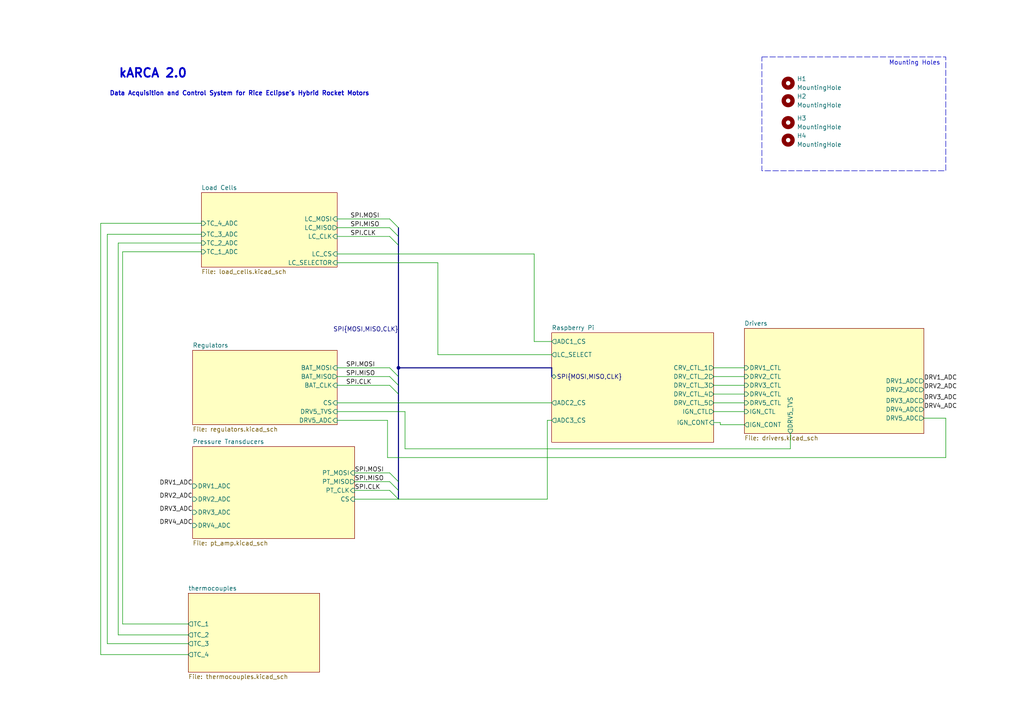
<source format=kicad_sch>
(kicad_sch (version 20230121) (generator eeschema)
  (paper "A4")
  (lib_symbols
    (symbol "Mechanical:MountingHole" (pin_names (offset 1.016))
      (property "Reference" "H" (at 0 5.08 0))
      (property "Value" "MountingHole" (at 0 3.175 0))
      (symbol "MountingHole_0_1"
        (circle (center 0 0) (radius 1.27) (stroke (width 1.27)))
      )
    )
  )
  (junction (at 115.57 106.68))
  (bus_entry (at 115.57 71.12) (size -2.54 -2.54))
  (bus_entry (at 115.57 139.7) (size -2.54 -2.54))
  (bus_entry (at 115.57 66.04) (size -2.54 -2.54))
  (bus_entry (at 115.57 142.24) (size -2.54 -2.54))
  (bus_entry (at 115.57 109.22) (size -2.54 -2.54))
  (bus_entry (at 115.57 111.76) (size -2.54 -2.54))
  (bus_entry (at 115.57 68.58) (size -2.54 -2.54))
  (bus_entry (at 115.57 144.78) (size -2.54 -2.54))
  (bus_entry (at 115.57 114.3) (size -2.54 -2.54))
  (wire (pts (xy 160.02 116.84) (xy 97.79 116.84)))
  (bus (pts (xy 115.57 111.76) (xy 115.57 114.3)))
  (bus (pts (xy 160.02 106.68) (xy 160.02 109.22)))
  (wire (pts (xy 117.475 119.38) (xy 97.79 119.38)))
  (wire (pts (xy 274.32 121.285) (xy 274.32 132.715)))
  (wire (pts (xy 97.79 109.22) (xy 113.03 109.22)))
  (wire (pts (xy 274.32 132.715) (xy 112.395 132.715)))
  (wire (pts (xy 102.87 142.24) (xy 113.03 142.24)))
  (bus (pts (xy 115.57 68.58) (xy 115.57 71.12)))
  (wire (pts (xy 58.42 70.485) (xy 34.29 70.485)))
  (wire (pts (xy 160.02 99.06) (xy 154.94 99.06)))
  (wire (pts (xy 31.115 67.945) (xy 58.42 67.945)))
  (wire (pts (xy 229.235 125.73) (xy 229.235 130.175)))
  (wire (pts (xy 208.915 123.19) (xy 208.915 122.555)))
  (wire (pts (xy 154.94 99.06) (xy 154.94 73.66)))
  (wire (pts (xy 208.915 122.555) (xy 207.01 122.555)))
  (bus (pts (xy 115.57 66.04) (xy 115.57 68.58)))
  (wire (pts (xy 207.01 106.68) (xy 215.9 106.68)))
  (wire (pts (xy 58.42 64.77) (xy 29.21 64.77)))
  (bus (pts (xy 115.57 142.24) (xy 115.57 144.78)))
  (wire (pts (xy 29.21 64.77) (xy 29.21 189.865)))
  (bus (pts (xy 115.57 106.68) (xy 115.57 109.22)))
  (wire (pts (xy 127 102.87) (xy 160.02 102.87)))
  (wire (pts (xy 97.79 63.5) (xy 113.03 63.5)))
  (wire (pts (xy 97.79 106.68) (xy 113.03 106.68)))
  (wire (pts (xy 267.97 121.285) (xy 274.32 121.285)))
  (wire (pts (xy 229.235 130.175) (xy 117.475 130.175)))
  (wire (pts (xy 31.115 186.69) (xy 31.115 67.945)))
  (wire (pts (xy 35.56 73.025) (xy 58.42 73.025)))
  (wire (pts (xy 54.61 186.69) (xy 31.115 186.69)))
  (wire (pts (xy 34.29 70.485) (xy 34.29 184.15)))
  (wire (pts (xy 115.57 144.78) (xy 102.87 144.78)))
  (wire (pts (xy 158.75 144.78) (xy 115.57 144.78)))
  (wire (pts (xy 112.395 121.92) (xy 97.79 121.92)))
  (wire (pts (xy 207.01 119.38) (xy 215.9 119.38)))
  (wire (pts (xy 29.21 189.865) (xy 54.61 189.865)))
  (wire (pts (xy 35.56 180.975) (xy 35.56 73.025)))
  (wire (pts (xy 207.01 114.3) (xy 215.9 114.3)))
  (wire (pts (xy 97.79 111.76) (xy 113.03 111.76)))
  (wire (pts (xy 97.79 68.58) (xy 113.03 68.58)))
  (wire (pts (xy 102.87 139.7) (xy 113.03 139.7)))
  (wire (pts (xy 127 76.2) (xy 97.79 76.2)))
  (wire (pts (xy 207.01 116.84) (xy 215.9 116.84)))
  (wire (pts (xy 102.87 137.16) (xy 113.03 137.16)))
  (wire (pts (xy 112.395 132.715) (xy 112.395 121.92)))
  (wire (pts (xy 207.01 111.76) (xy 215.9 111.76)))
  (bus (pts (xy 115.57 71.12) (xy 115.57 106.68)))
  (bus (pts (xy 115.57 139.7) (xy 115.57 142.24)))
  (bus (pts (xy 115.57 109.22) (xy 115.57 111.76)))
  (wire (pts (xy 154.94 73.66) (xy 97.79 73.66)))
  (wire (pts (xy 207.01 109.22) (xy 215.9 109.22)))
  (wire (pts (xy 117.475 130.175) (xy 117.475 119.38)))
  (wire (pts (xy 160.02 121.92) (xy 158.75 121.92)))
  (wire (pts (xy 127 102.87) (xy 127 76.2)))
  (bus (pts (xy 115.57 106.68) (xy 160.02 106.68)))
  (wire (pts (xy 54.61 180.975) (xy 35.56 180.975)))
  (wire (pts (xy 215.9 123.19) (xy 208.915 123.19)))
  (wire (pts (xy 158.75 121.92) (xy 158.75 144.78)))
  (bus (pts (xy 115.57 114.3) (xy 115.57 139.7)))
  (wire (pts (xy 34.29 184.15) (xy 54.61 184.15)))
  (wire (pts (xy 97.79 66.04) (xy 113.03 66.04)))
  (rectangle (start 220.98 16.51) (end 274.32 49.53) (stroke (width 0) (type dash)))
  (text "Mounting Holes\n" (at 257.81 19.05 0) (effects (font (size 1.27 1.27)) (justify left bottom)))
  (text "kARCA 2.0" (at 34.29 22.86 0) (effects (font (size 2.54 2.54) (thickness 0.508) bold) (justify left bottom)))
  (text "Data Acquisition and Control System for Rice Eclipse's Hybrid Rocket Motors" (at 31.75 27.94 0) (effects (font (size 1.27 1.27) bold) (justify left bottom)))
  (label "SPI{MOSI,MISO,CLK}" (at 115.57 96.52 180))
  (label "SPI.MISO" (at 102.87 139.7 0))
  (label "SPI.CLK" (at 102.87 142.24 0))
  (label "SPI.CLK" (at 100.33 111.76 0))
  (label "SPI.MISO" (at 101.6 66.04 0))
  (label "DRV1_ADC" (at 267.97 110.49 0))
  (label "DRV3_ADC" (at 267.97 116.205 0))
  (label "DRV3_ADC" (at 55.88 148.59 180))
  (label "SPI.MISO" (at 100.33 109.22 0))
  (label "SPI.MOSI" (at 102.87 137.16 0))
  (label "SPI.MOSI" (at 100.33 106.68 0))
  (label "SPI.CLK" (at 101.6 68.58 0))
  (label "DRV4_ADC" (at 267.97 118.745 0))
  (label "SPI.MOSI" (at 101.6 63.5 0))
  (label "DRV1_ADC" (at 55.88 140.97 180))
  (label "DRV2_ADC" (at 55.88 144.78 180))
  (label "DRV4_ADC" (at 55.88 152.4 180))
  (label "DRV2_ADC" (at 267.97 113.03 0))
  (symbol (lib_id "Mechanical:MountingHole") (at 228.6 24.13 0) (unit 1)
    (property "Reference" "H1" (at 231.14 22.86 0) (effects (justify left)))
    (property "Value" "MountingHole" (at 231.14 25.4 0) (effects (justify left)))
    (property "Footprint" "MountingHole:MountingHole_3.2mm_M3" (effects hide))
  )
  (symbol (lib_id "Mechanical:MountingHole") (at 228.6 35.56 0) (unit 1)
    (property "Reference" "H3" (at 231.14 34.29 0) (effects (justify left)))
    (property "Value" "MountingHole" (at 231.14 36.83 0) (effects (justify left)))
    (property "Footprint" "MountingHole:MountingHole_3.2mm_M3" (effects hide))
  )
  (symbol (lib_id "Mechanical:MountingHole") (at 228.6 29.21 0) (unit 1)
    (property "Reference" "H2" (at 231.14 27.94 0) (effects (justify left)))
    (property "Value" "MountingHole" (at 231.14 30.48 0) (effects (justify left)))
    (property "Footprint" "MountingHole:MountingHole_3.2mm_M3" (effects hide))
  )
  (symbol (lib_id "Mechanical:MountingHole") (at 228.6 40.64 0) (unit 1)
    (property "Reference" "H4" (at 231.14 39.37 0) (effects (justify left)))
    (property "Value" "MountingHole" (at 231.14 41.91 0) (effects (justify left)))
    (property "Footprint" "MountingHole:MountingHole_3.2mm_M3" (effects hide))
  )
  (sheet (at 54.61 172.085) (size 38.1 22.86) (stroke (width 0.1524)) (fill (color 255 255 194 1.0000))
    (property "Sheetname" "thermocouples" (at 54.61 171.3734 0) (effects (justify left bottom)))
    (property "Sheetfile" "thermocouples.kicad_sch" (at 54.61 195.5296 0) (effects (justify left top)))
    (pin "TC_2" output (at 54.61 184.15 180))
    (pin "TC_1" output (at 54.61 180.975 180))
    (pin "TC_4" output (at 54.61 189.865 180))
    (pin "TC_3" output (at 54.61 186.69 180))
  )
  (sheet (at 215.9 95.25) (size 52.07 30.48) (stroke (width 0.1524)) (fill (color 255 255 194 1.0000))
    (property "Sheetname" "Drivers" (at 215.9 94.5384 0) (effects (justify left bottom)))
    (property "Sheetfile" "drivers.kicad_sch" (at 215.9 126.3146 0) (effects (justify left top)))
    (pin "DRV2_CTL" input (at 215.9 109.22 180))
    (pin "DRV1_CTL" input (at 215.9 106.68 180))
    (pin "DRV3_CTL" input (at 215.9 111.76 180))
    (pin "DRV5_CTL" input (at 215.9 116.84 180))
    (pin "DRV4_CTL" input (at 215.9 114.3 180))
    (pin "IGN_CTL" input (at 215.9 119.38 180))
    (pin "IGN_CONT" output (at 215.9 123.19 180))
    (pin "DRV5_TVS" output (at 229.235 125.73 270))
    (pin "DRV1_ADC" output (at 267.97 110.49 0))
    (pin "DRV2_ADC" output (at 267.97 113.03 0))
    (pin "DRV3_ADC" output (at 267.97 116.205 0))
    (pin "DRV4_ADC" output (at 267.97 118.745 0))
    (pin "DRV5_ADC" output (at 267.97 121.285 0))
  )
  (sheet (at 55.88 129.54) (size 46.99 26.67) (stroke (width 0.1524)) (fill (color 255 255 194 1.0000))
    (property "Sheetname" "Pressure Transducers" (at 55.88 128.8284 0) (effects (justify left bottom)))
    (property "Sheetfile" "pt_amp.kicad_sch" (at 55.88 156.7946 0) (effects (justify left top)))
    (pin "CS" input (at 102.87 144.78 0))
    (pin "PT_CLK" input (at 102.87 142.24 0))
    (pin "PT_MOSI" input (at 102.87 137.16 0))
    (pin "PT_MISO" output (at 102.87 139.7 0))
    (pin "DRV1_ADC" input (at 55.88 140.97 180))
    (pin "DRV4_ADC" input (at 55.88 152.4 180))
    (pin "DRV2_ADC" input (at 55.88 144.78 180))
    (pin "DRV3_ADC" input (at 55.88 148.59 180))
  )
  (sheet (at 55.88 101.6) (size 41.91 21.59) (stroke (width 0.1524)) (fill (color 255 255 194 1.0000))
    (property "Sheetname" "Regulators" (at 55.88 100.8884 0) (effects (justify left bottom)))
    (property "Sheetfile" "regulators.kicad_sch" (at 55.88 123.7746 0) (effects (justify left top)))
    (pin "CS" input (at 97.79 116.84 0))
    (pin "BAT_MISO" output (at 97.79 109.22 0))
    (pin "BAT_CLK" input (at 97.79 111.76 0))
    (pin "BAT_MOSI" input (at 97.79 106.68 0))
    (pin "DRV5_TVS" input (at 97.79 119.38 0))
    (pin "DRV5_ADC" input (at 97.79 121.92 0))
  )
  (sheet (at 58.42 55.88) (size 39.37 21.59) (stroke (width 0.1524)) (fill (color 255 255 194 1.0000))
    (property "Sheetname" "Load Cells" (at 58.42 55.1684 0) (effects (justify left bottom)))
    (property "Sheetfile" "load_cells.kicad_sch" (at 58.42 78.0546 0) (effects (justify left top)))
    (pin "LC_SELECTOR" input (at 97.79 76.2 0))
    (pin "LC_CLK" input (at 97.79 68.58 0))
    (pin "LC_MISO" output (at 97.79 66.04 0))
    (pin "LC_MOSI" input (at 97.79 63.5 0))
    (pin "LC_CS" input (at 97.79 73.66 0))
    (pin "TC_1_ADC" input (at 58.42 73.025 180))
    (pin "TC_3_ADC" input (at 58.42 67.945 180))
    (pin "TC_4_ADC" input (at 58.42 64.77 180))
    (pin "TC_2_ADC" input (at 58.42 70.485 180))
  )
  (sheet (at 160.02 96.52) (size 46.99 31.75) (stroke (width 0.1524)) (fill (color 255 255 194 1.0000))
    (property "Sheetname" "Raspberry Pi" (at 160.02 95.8084 0) (effects (justify left bottom)))
    (property "Sheetfile" "raspberry_pi.kicad_sch" (effects hide))
    (pin "ADC1_CS" output (at 160.02 99.06 180))
    (pin "ADC2_CS" output (at 160.02 116.84 180))
    (pin "LC_SELECT" output (at 160.02 102.87 180))
    (pin "DRV_CTL_4" output (at 207.01 114.3 0))
    (pin "DRV_CTL_5" output (at 207.01 116.84 0))
    (pin "DRV_CTL_2" output (at 207.01 109.22 0))
    (pin "CRV_CTL_1" output (at 207.01 106.68 0))
    (pin "DRV_CTL_3" output (at 207.01 111.76 0))
    (pin "IGN_CTL" output (at 207.01 119.38 0))
    (pin "ADC3_CS" output (at 160.02 121.92 180))
    (pin "SPI{MOSI,MISO,CLK}" bidirectional (at 160.02 109.22 180))
    (pin "IGN_CONT" input (at 207.01 122.555 0))
  )
)
</source>
